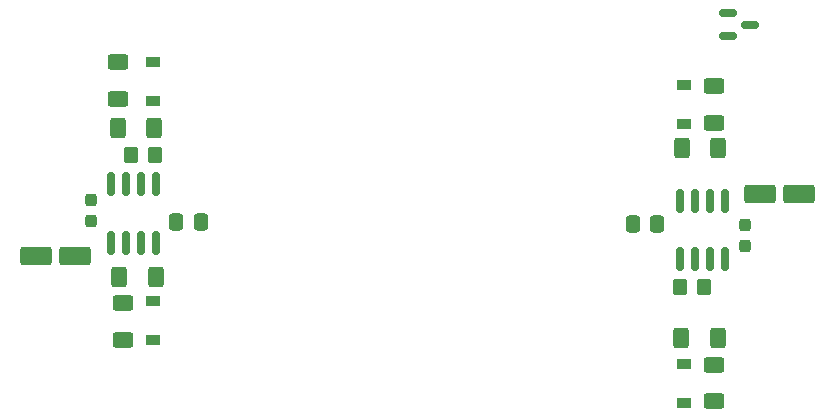
<source format=gbr>
%TF.GenerationSoftware,KiCad,Pcbnew,(6.0.1)*%
%TF.CreationDate,2022-05-20T18:23:43-05:00*%
%TF.ProjectId,BookSensitizer,426f6f6b-5365-46e7-9369-74697a65722e,rev?*%
%TF.SameCoordinates,Original*%
%TF.FileFunction,Paste,Top*%
%TF.FilePolarity,Positive*%
%FSLAX46Y46*%
G04 Gerber Fmt 4.6, Leading zero omitted, Abs format (unit mm)*
G04 Created by KiCad (PCBNEW (6.0.1)) date 2022-05-20 18:23:43*
%MOMM*%
%LPD*%
G01*
G04 APERTURE LIST*
G04 Aperture macros list*
%AMRoundRect*
0 Rectangle with rounded corners*
0 $1 Rounding radius*
0 $2 $3 $4 $5 $6 $7 $8 $9 X,Y pos of 4 corners*
0 Add a 4 corners polygon primitive as box body*
4,1,4,$2,$3,$4,$5,$6,$7,$8,$9,$2,$3,0*
0 Add four circle primitives for the rounded corners*
1,1,$1+$1,$2,$3*
1,1,$1+$1,$4,$5*
1,1,$1+$1,$6,$7*
1,1,$1+$1,$8,$9*
0 Add four rect primitives between the rounded corners*
20,1,$1+$1,$2,$3,$4,$5,0*
20,1,$1+$1,$4,$5,$6,$7,0*
20,1,$1+$1,$6,$7,$8,$9,0*
20,1,$1+$1,$8,$9,$2,$3,0*%
G04 Aperture macros list end*
%ADD10RoundRect,0.237500X0.237500X-0.300000X0.237500X0.300000X-0.237500X0.300000X-0.237500X-0.300000X0*%
%ADD11R,1.200000X0.900000*%
%ADD12RoundRect,0.150000X-0.150000X0.825000X-0.150000X-0.825000X0.150000X-0.825000X0.150000X0.825000X0*%
%ADD13RoundRect,0.250000X0.625000X-0.400000X0.625000X0.400000X-0.625000X0.400000X-0.625000X-0.400000X0*%
%ADD14RoundRect,0.250000X-0.350000X-0.450000X0.350000X-0.450000X0.350000X0.450000X-0.350000X0.450000X0*%
%ADD15RoundRect,0.250000X-0.400000X-0.625000X0.400000X-0.625000X0.400000X0.625000X-0.400000X0.625000X0*%
%ADD16RoundRect,0.237500X-0.237500X0.300000X-0.237500X-0.300000X0.237500X-0.300000X0.237500X0.300000X0*%
%ADD17RoundRect,0.250000X-0.337500X-0.475000X0.337500X-0.475000X0.337500X0.475000X-0.337500X0.475000X0*%
%ADD18RoundRect,0.250000X-0.625000X0.400000X-0.625000X-0.400000X0.625000X-0.400000X0.625000X0.400000X0*%
%ADD19RoundRect,0.150000X-0.587500X-0.150000X0.587500X-0.150000X0.587500X0.150000X-0.587500X0.150000X0*%
%ADD20RoundRect,0.250000X0.337500X0.475000X-0.337500X0.475000X-0.337500X-0.475000X0.337500X-0.475000X0*%
%ADD21RoundRect,0.250000X0.400000X0.625000X-0.400000X0.625000X-0.400000X-0.625000X0.400000X-0.625000X0*%
%ADD22RoundRect,0.250000X1.075000X0.550000X-1.075000X0.550000X-1.075000X-0.550000X1.075000X-0.550000X0*%
%ADD23RoundRect,0.250000X0.350000X0.450000X-0.350000X0.450000X-0.350000X-0.450000X0.350000X-0.450000X0*%
%ADD24RoundRect,0.150000X0.150000X-0.825000X0.150000X0.825000X-0.150000X0.825000X-0.150000X-0.825000X0*%
%ADD25RoundRect,0.250000X-1.075000X-0.550000X1.075000X-0.550000X1.075000X0.550000X-1.075000X0.550000X0*%
G04 APERTURE END LIST*
D10*
%TO.C,C2*%
X58394600Y-77494300D03*
X58394600Y-75769300D03*
%TD*%
D11*
%TO.C,D8*%
X108636800Y-92904000D03*
X108636800Y-89604000D03*
%TD*%
D12*
%TO.C,U2*%
X112064800Y-75807800D03*
X110794800Y-75807800D03*
X109524800Y-75807800D03*
X108254800Y-75807800D03*
X108254800Y-80757800D03*
X109524800Y-80757800D03*
X110794800Y-80757800D03*
X112064800Y-80757800D03*
%TD*%
D11*
%TO.C,D6*%
X63611800Y-67404000D03*
X63611800Y-64104000D03*
%TD*%
D13*
%TO.C,R6*%
X111136800Y-69204000D03*
X111136800Y-66104000D03*
%TD*%
D14*
%TO.C,R5*%
X108311800Y-83108800D03*
X110311800Y-83108800D03*
%TD*%
D15*
%TO.C,R9*%
X60781600Y-82245200D03*
X63881600Y-82245200D03*
%TD*%
D11*
%TO.C,D7*%
X108636800Y-66004000D03*
X108636800Y-69304000D03*
%TD*%
D15*
%TO.C,R3*%
X60661800Y-69654000D03*
X63761800Y-69654000D03*
%TD*%
D16*
%TO.C,C5*%
X113811800Y-77891500D03*
X113811800Y-79616500D03*
%TD*%
D17*
%TO.C,C3*%
X65637500Y-77622400D03*
X67712500Y-77622400D03*
%TD*%
D18*
%TO.C,R2*%
X61137200Y-84471800D03*
X61137200Y-87571800D03*
%TD*%
D19*
%TO.C,Q5*%
X112344300Y-59964000D03*
X112344300Y-61864000D03*
X114219300Y-60914000D03*
%TD*%
D20*
%TO.C,C6*%
X106345900Y-77825600D03*
X104270900Y-77825600D03*
%TD*%
D21*
%TO.C,R10*%
X111506600Y-71374000D03*
X108406600Y-71374000D03*
%TD*%
D18*
%TO.C,R7*%
X111136800Y-89704000D03*
X111136800Y-92804000D03*
%TD*%
D13*
%TO.C,R4*%
X60711800Y-67204000D03*
X60711800Y-64104000D03*
%TD*%
D21*
%TO.C,R8*%
X111486800Y-87454000D03*
X108386800Y-87454000D03*
%TD*%
D22*
%TO.C,C1*%
X57058200Y-80486600D03*
X53708200Y-80486600D03*
%TD*%
D23*
%TO.C,R1*%
X63783200Y-71986600D03*
X61783200Y-71986600D03*
%TD*%
D24*
%TO.C,U1*%
X60078200Y-79361600D03*
X61348200Y-79361600D03*
X62618200Y-79361600D03*
X63888200Y-79361600D03*
X63888200Y-74411600D03*
X62618200Y-74411600D03*
X61348200Y-74411600D03*
X60078200Y-74411600D03*
%TD*%
D25*
%TO.C,C4*%
X115036800Y-75254000D03*
X118386800Y-75254000D03*
%TD*%
D11*
%TO.C,D5*%
X63637200Y-87571800D03*
X63637200Y-84271800D03*
%TD*%
M02*

</source>
